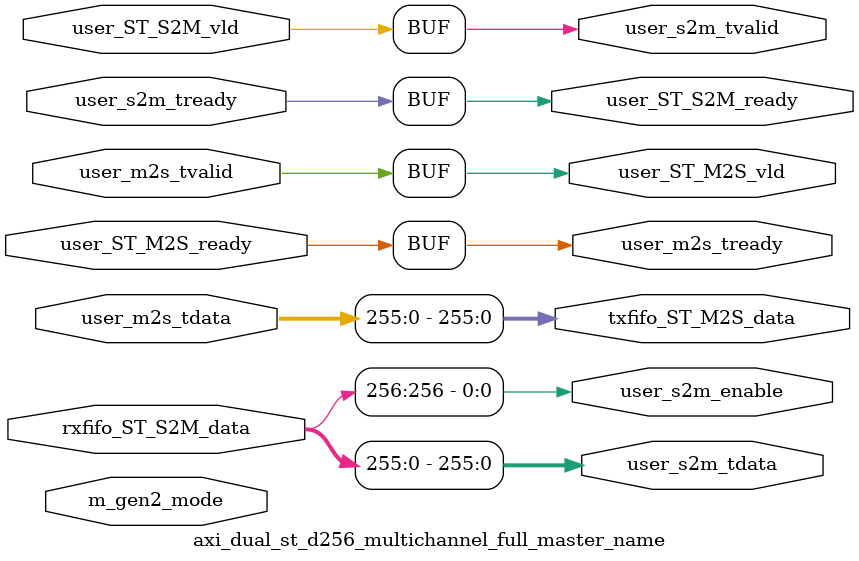
<source format=sv>

module axi_dual_st_d256_multichannel_full_master_name  (

  // ST_M2S channel
  input  logic [ 255:   0]   user_m2s_tdata      ,
  input  logic               user_m2s_tvalid     ,
  output logic               user_m2s_tready     ,

  // ST_S2M channel
  output logic [ 255:   0]   user_s2m_tdata      ,
  output logic               user_s2m_tvalid     ,
  input  logic               user_s2m_tready     ,
  output logic [   0:   0]   user_s2m_enable     ,

  // Logic Link Interfaces
  output logic               user_ST_M2S_vld     ,
  output logic [ 256:   0]   txfifo_ST_M2S_data  ,
  input  logic               user_ST_M2S_ready   ,

  input  logic               user_ST_S2M_vld     ,
  input  logic [ 256:   0]   rxfifo_ST_S2M_data  ,
  output logic               user_ST_S2M_ready   ,

  input  logic               m_gen2_mode         

);

  // Connect Data

  assign user_ST_M2S_vld                    = user_m2s_tvalid                    ;
  assign user_m2s_tready                    = user_ST_M2S_ready                  ;
  assign txfifo_ST_M2S_data   [   0 +: 256] = user_m2s_tdata       [   0 +: 256] ;

  assign user_s2m_tvalid                    = user_ST_S2M_vld                    ;
  assign user_ST_S2M_ready                  = user_s2m_tready                    ;
  assign user_s2m_tdata       [   0 +: 256] = rxfifo_ST_S2M_data   [   0 +: 256] ;
  assign user_s2m_enable      [   0 +:   1] = rxfifo_ST_S2M_data   [ 256 +:   1] ;

endmodule

</source>
